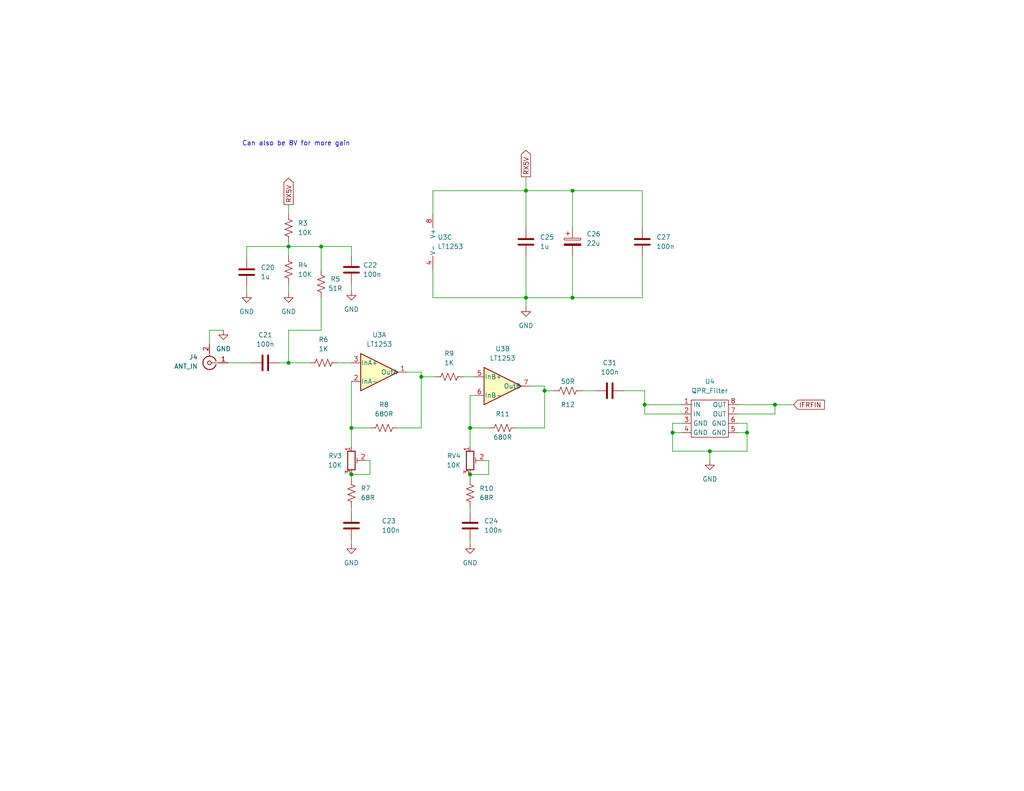
<source format=kicad_sch>
(kicad_sch (version 20211123) (generator eeschema)
  (paper "A")
  (title_block (title "Phoenix 612: RF AMP") (date "2022-08-31") (rev "0.1a") (company "DATER (Dave Peter)"))
  (lib_symbols
    (symbol "Connector:Conn_Coaxial" (pin_names (offset 1.016) hide)
      (property "Reference" "J" (at 0.254 3.048 0))
      (property "Value" "Conn_Coaxial" (at 2.921 0 90))
      (symbol "Conn_Coaxial_0_1"
        (arc (start -1.778 -0.508) (mid 0.2311 -1.8066) (end 1.778 0) (stroke (width 0.254)))
        (polyline (pts (xy -2.54 0) (xy -0.508 0)))
        (polyline (pts (xy 0 -2.54) (xy 0 -1.778)))
        (circle (center 0 0) (radius 0.508) (stroke (width 0.2032)))
        (arc (start 1.778 0) (mid 0.2099 1.8101) (end -1.778 0.508) (stroke (width 0.254)))
      )
      (symbol "Conn_Coaxial_1_1"
        (pin passive line (at -5.08 0 0) (length 2.54) (name "In") (number "1"))
        (pin passive line (at 0 -5.08 90) (length 2.54) (name "Ext") (number "2"))
      )
    )
    (symbol "Custom_RF:LT1253" (pin_names (offset 0.127))
      (property "Reference" "U" (at 2.54 6.35 0))
      (property "Value" "LT1253" (at 1.27 -6.35 0))
      (symbol "LT1253_1_1"
        (polyline (pts (xy -5.08 5.08) (xy 5.08 0) (xy -5.08 -5.08) (xy -5.08 5.08)) (stroke (width 0.254)) (fill (type background)))
        (pin output line (at 7.62 0 180) (length 2.54) (name "OutA") (number "1"))
        (pin input line (at -7.62 -2.54 0) (length 2.54) (name "InA-") (number "2"))
        (pin input line (at -7.62 2.54 0) (length 2.54) (name "InA+") (number "3"))
      )
      (symbol "LT1253_2_1"
        (polyline (pts (xy -5.08 5.08) (xy 5.08 0) (xy -5.08 -5.08) (xy -5.08 5.08)) (stroke (width 0.254)) (fill (type background)))
        (pin input line (at -7.62 2.54 0) (length 2.54) (name "InB+") (number "5"))
        (pin input line (at -7.62 -2.54 0) (length 2.54) (name "InB-") (number "6"))
        (pin output line (at 7.62 0 180) (length 2.54) (name "OutB") (number "7"))
      )
      (symbol "LT1253_3_1"
        (pin power_in line (at -2.54 -7.62 90) (length 3.81) (name "V-") (number "4"))
        (pin power_in line (at -2.54 7.62 270) (length 3.81) (name "V+") (number "8"))
      )
    )
    (symbol "Custom_RF:QPR_Filter"
      (property "Reference" "U" (at 0 7.62 0))
      (property "Value" "QPR_Filter" (at 0 -7.62 0))
      (symbol "QPR_Filter_0_1"
        (rectangle (start -5.08 5.08) (end 5.08 -5.08))
      )
      (symbol "QPR_Filter_1_1"
        (pin bidirectional line (at -7.62 3.81 0) (length 2.54) (name "IN") (number "1"))
        (pin bidirectional line (at -7.62 1.27 0) (length 2.54) (name "IN") (number "2"))
        (pin power_in line (at -7.62 -1.27 0) (length 2.54) (name "GND") (number "3"))
        (pin power_in line (at -7.62 -3.81 0) (length 2.54) (name "GND") (number "4"))
        (pin power_in line (at 7.62 -3.81 180) (length 2.54) (name "GND") (number "5"))
        (pin power_in line (at 7.62 -1.27 180) (length 2.54) (name "GND") (number "6"))
        (pin bidirectional line (at 7.62 1.27 180) (length 2.54) (name "OUT") (number "7"))
        (pin bidirectional line (at 7.62 3.81 180) (length 2.54) (name "OUT") (number "8"))
      )
    )
    (symbol "Device:C" (pin_numbers hide) (pin_names (offset 0.254))
      (property "Reference" "C" (at 0.635 2.54 0))
      (property "Value" "C" (at 0.635 -2.54 0))
      (symbol "C_0_1"
        (polyline (pts (xy -2.032 -0.762) (xy 2.032 -0.762)) (stroke (width 0.508)))
        (polyline (pts (xy -2.032 0.762) (xy 2.032 0.762)) (stroke (width 0.508)))
      )
      (symbol "C_1_1"
        (pin passive line (at 0 3.81 270) (length 2.794) (name "~") (number "1"))
        (pin passive line (at 0 -3.81 90) (length 2.794) (name "~") (number "2"))
      )
    )
    (symbol "Device:C_Polarized" (pin_numbers hide) (pin_names (offset 0.254))
      (property "Reference" "C" (at 0.635 2.54 0))
      (property "Value" "C_Polarized" (at 0.635 -2.54 0))
      (symbol "C_Polarized_0_1"
        (rectangle (start -2.286 0.508) (end 2.286 1.016))
        (polyline (pts (xy -1.778 2.286) (xy -0.762 2.286)))
        (polyline (pts (xy -1.27 2.794) (xy -1.27 1.778)))
        (rectangle (start 2.286 -0.508) (end -2.286 -1.016) (fill (type outline)))
      )
      (symbol "C_Polarized_1_1"
        (pin passive line (at 0 3.81 270) (length 2.794) (name "~") (number "1"))
        (pin passive line (at 0 -3.81 90) (length 2.794) (name "~") (number "2"))
      )
    )
    (symbol "Device:R_Potentiometer_Trim" (pin_names (offset 1.016) hide)
      (property "Reference" "RV" (at -4.445 0 90))
      (property "Value" "R_Potentiometer_Trim" (at -2.54 0 90))
      (symbol "R_Potentiometer_Trim_0_1"
        (polyline (pts (xy 1.524 0.762) (xy 1.524 -0.762)))
        (polyline (pts (xy 2.54 0) (xy 1.524 0)))
        (rectangle (start 1.016 2.54) (end -1.016 -2.54) (stroke (width 0.254)))
      )
      (symbol "R_Potentiometer_Trim_1_1"
        (pin passive line (at 0 3.81 270) (length 1.27) (name "1") (number "1"))
        (pin passive line (at 3.81 0 180) (length 1.27) (name "2") (number "2"))
        (pin passive line (at 0 -3.81 90) (length 1.27) (name "3") (number "3"))
      )
    )
    (symbol "Device:R_US" (pin_numbers hide) (pin_names (offset 0))
      (property "Reference" "R" (at 2.54 0 90))
      (property "Value" "R_US" (at -2.54 0 90))
      (symbol "R_US_0_1"
        (polyline (pts (xy 0 -2.286) (xy 0 -2.54)))
        (polyline (pts (xy 0 2.286) (xy 0 2.54)))
        (polyline (pts (xy 0 -0.762) (xy 1.016 -1.143) (xy 0 -1.524) (xy -1.016 -1.905) (xy 0 -2.286)))
        (polyline (pts (xy 0 0.762) (xy 1.016 0.381) (xy 0 0) (xy -1.016 -0.381) (xy 0 -0.762)))
        (polyline (pts (xy 0 2.286) (xy 1.016 1.905) (xy 0 1.524) (xy -1.016 1.143) (xy 0 0.762)))
      )
      (symbol "R_US_1_1"
        (pin passive line (at 0 3.81 270) (length 1.27) (name "~") (number "1"))
        (pin passive line (at 0 -3.81 90) (length 1.27) (name "~") (number "2"))
      )
    )
    (symbol "power:GND" (power) (pin_names (offset 0))
      (property "Value" "GND" (at 0 -3.81 0))
      (symbol "GND_0_1"
        (polyline (pts (xy 0 0) (xy 0 -1.27) (xy 1.27 -1.27) (xy 0 -2.54) (xy -1.27 -1.27) (xy 0 -1.27)))
      )
      (symbol "GND_1_1"
        (pin power_in line (at 0 0 270) (length 0) hide (name "GND") (number "1"))
      )
    )
  )
  (junction (at 143.51 81.28))
  (junction (at 156.21 81.28))
  (junction (at 78.74 99.06))
  (junction (at 193.675 123.19))
  (junction (at 175.895 110.49))
  (junction (at 128.27 116.84))
  (junction (at 95.885 116.84))
  (junction (at 156.21 52.07))
  (junction (at 143.51 52.07))
  (junction (at 95.885 129.54))
  (junction (at 78.74 67.31))
  (junction (at 87.63 67.31))
  (junction (at 128.27 129.54))
  (junction (at 183.515 118.11))
  (junction (at 148.59 106.68))
  (junction (at 114.935 102.87))
  (junction (at 203.835 118.11))
  (junction (at 211.455 110.49))
  (wire (pts (xy 175.895 113.03) (xy 186.055 113.03)))
  (wire (pts (xy 118.11 81.28) (xy 143.51 81.28)))
  (wire (pts (xy 128.27 116.84) (xy 128.27 121.92)))
  (wire (pts (xy 201.295 113.03) (xy 211.455 113.03)))
  (wire (pts (xy 95.885 67.31) (xy 95.885 69.85)))
  (wire (pts (xy 60.96 90.17) (xy 57.15 90.17)))
  (wire (pts (xy 156.21 69.85) (xy 156.21 81.28)))
  (wire (pts (xy 57.15 90.17) (xy 57.15 93.98)))
  (wire (pts (xy 128.27 138.43) (xy 128.27 139.7)))
  (wire (pts (xy 129.54 107.95) (xy 128.27 107.95)))
  (wire (pts (xy 78.74 77.47) (xy 78.74 80.01)))
  (wire (pts (xy 108.585 116.84) (xy 114.935 116.84)))
  (wire (pts (xy 211.455 110.49) (xy 211.455 113.03)))
  (wire (pts (xy 111.125 101.6) (xy 114.935 101.6)))
  (wire (pts (xy 78.74 99.06) (xy 84.455 99.06)))
  (wire (pts (xy 156.21 81.28) (xy 175.26 81.28)))
  (wire (pts (xy 92.075 99.06) (xy 95.885 99.06)))
  (wire (pts (xy 143.51 48.26) (xy 143.51 52.07)))
  (wire (pts (xy 95.885 79.375) (xy 95.885 77.47)))
  (wire (pts (xy 100.965 125.73) (xy 100.965 129.54)))
  (wire (pts (xy 78.74 66.04) (xy 78.74 67.31)))
  (wire (pts (xy 143.51 52.07) (xy 156.21 52.07)))
  (wire (pts (xy 201.295 118.11) (xy 203.835 118.11)))
  (wire (pts (xy 201.295 115.57) (xy 203.835 115.57)))
  (wire (pts (xy 95.885 138.43) (xy 95.885 139.7)))
  (wire (pts (xy 175.895 113.03) (xy 175.895 110.49)))
  (wire (pts (xy 87.63 90.17) (xy 78.74 90.17)))
  (wire (pts (xy 78.74 67.31) (xy 87.63 67.31)))
  (wire (pts (xy 128.27 147.32) (xy 128.27 148.59)))
  (wire (pts (xy 143.51 69.85) (xy 143.51 81.28)))
  (wire (pts (xy 78.74 55.88) (xy 78.74 58.42)))
  (wire (pts (xy 143.51 81.28) (xy 156.21 81.28)))
  (wire (pts (xy 203.835 115.57) (xy 203.835 118.11)))
  (wire (pts (xy 175.26 52.07) (xy 175.26 62.23)))
  (wire (pts (xy 148.59 106.68) (xy 151.13 106.68)))
  (wire (pts (xy 144.78 105.41) (xy 148.59 105.41)))
  (wire (pts (xy 143.51 81.28) (xy 143.51 83.82)))
  (wire (pts (xy 87.63 81.28) (xy 87.63 90.17)))
  (wire (pts (xy 114.935 102.87) (xy 114.935 116.84)))
  (wire (pts (xy 143.51 52.07) (xy 118.11 52.07)))
  (wire (pts (xy 118.11 73.66) (xy 118.11 81.28)))
  (wire (pts (xy 193.675 123.19) (xy 203.835 123.19)))
  (wire (pts (xy 95.885 67.31) (xy 87.63 67.31)))
  (wire (pts (xy 183.515 118.11) (xy 186.055 118.11)))
  (wire (pts (xy 132.08 125.73) (xy 133.35 125.73)))
  (wire (pts (xy 183.515 115.57) (xy 183.515 118.11)))
  (wire (pts (xy 78.74 67.31) (xy 78.74 69.85)))
  (wire (pts (xy 128.27 129.54) (xy 133.35 129.54)))
  (wire (pts (xy 99.695 125.73) (xy 100.965 125.73)))
  (wire (pts (xy 140.97 116.84) (xy 148.59 116.84)))
  (wire (pts (xy 78.74 67.31) (xy 67.31 67.31)))
  (wire (pts (xy 175.26 81.28) (xy 175.26 69.85)))
  (wire (pts (xy 114.935 102.87) (xy 118.745 102.87)))
  (wire (pts (xy 170.18 106.68) (xy 175.895 106.68)))
  (wire (pts (xy 148.59 106.68) (xy 148.59 116.84)))
  (wire (pts (xy 143.51 52.07) (xy 143.51 62.23)))
  (wire (pts (xy 95.885 147.32) (xy 95.885 148.59)))
  (wire (pts (xy 183.515 118.11) (xy 183.515 123.19)))
  (wire (pts (xy 62.23 99.06) (xy 68.58 99.06)))
  (wire (pts (xy 128.27 116.84) (xy 133.35 116.84)))
  (wire (pts (xy 95.885 129.54) (xy 100.965 129.54)))
  (wire (pts (xy 95.885 104.14) (xy 95.885 116.84)))
  (wire (pts (xy 156.21 52.07) (xy 156.21 62.23)))
  (wire (pts (xy 128.27 129.54) (xy 128.27 130.81)))
  (wire (pts (xy 95.885 116.84) (xy 95.885 121.92)))
  (wire (pts (xy 114.935 101.6) (xy 114.935 102.87)))
  (wire (pts (xy 76.2 99.06) (xy 78.74 99.06)))
  (wire (pts (xy 148.59 105.41) (xy 148.59 106.68)))
  (wire (pts (xy 193.675 123.19) (xy 193.675 125.73)))
  (wire (pts (xy 95.885 129.54) (xy 95.885 130.81)))
  (wire (pts (xy 186.055 115.57) (xy 183.515 115.57)))
  (wire (pts (xy 128.27 107.95) (xy 128.27 116.84)))
  (wire (pts (xy 67.31 67.31) (xy 67.31 70.485)))
  (wire (pts (xy 126.365 102.87) (xy 129.54 102.87)))
  (wire (pts (xy 175.895 106.68) (xy 175.895 110.49)))
  (wire (pts (xy 183.515 123.19) (xy 193.675 123.19)))
  (wire (pts (xy 67.31 80.01) (xy 67.31 78.105)))
  (wire (pts (xy 87.63 67.31) (xy 87.63 73.66)))
  (wire (pts (xy 201.295 110.49) (xy 211.455 110.49)))
  (wire (pts (xy 78.74 90.17) (xy 78.74 99.06)))
  (wire (pts (xy 133.35 125.73) (xy 133.35 129.54)))
  (wire (pts (xy 175.895 110.49) (xy 186.055 110.49)))
  (wire (pts (xy 158.75 106.68) (xy 162.56 106.68)))
  (wire (pts (xy 203.835 123.19) (xy 203.835 118.11)))
  (wire (pts (xy 118.11 52.07) (xy 118.11 58.42)))
  (wire (pts (xy 95.885 116.84) (xy 100.965 116.84)))
  (wire (pts (xy 156.21 52.07) (xy 175.26 52.07)))
  (wire (pts (xy 211.455 110.49) (xy 216.535 110.49)))
  (text "Can also be 8V for more gain" (at 66.04 40.005 0) (effects (font (size 1.27 1.27)) (justify left bottom)))
  (global_label "IFRFIN" (shape input) (at 216.535 110.49 0) (property "Intersheet References" "${INTERSHEET_REFS}" (effects hide)))
  (global_label "RX5V" (shape output) (at 78.74 55.88 90) (property "Intersheet References" "${INTERSHEET_REFS}" (effects hide)))
  (global_label "RX5V" (shape output) (at 143.51 48.26 90) (property "Intersheet References" "${INTERSHEET_REFS}" (effects hide)))
  (symbol (lib_id "Device:C") (at 95.885 73.66 0) (unit 1)
    (property "Reference" "C22" (at 99.06 72.3899 0) (effects (justify left)))
    (property "Value" "100n" (at 99.06 74.9299 0) (effects (justify left)))
    (property "Footprint" "Capacitor_SMD:C_1206_3216Metric" (effects hide))
  )
  (symbol (lib_id "Device:C") (at 143.51 66.04 0) (unit 1)
    (property "Reference" "C25" (at 147.32 64.7699 0) (effects (justify left)))
    (property "Value" "1u" (at 147.32 67.3099 0) (effects (justify left)))
    (property "Footprint" "Capacitor_SMD:C_1206_3216Metric" (effects hide))
  )
  (symbol (lib_id "power:GND") (at 193.675 125.73 0) (unit 1)
    (property "Reference" "#PWR021" (effects hide))
    (property "Value" "GND" (at 193.675 130.81 0))
  )
  (symbol (lib_id "Device:R_US") (at 87.63 77.47 180) (unit 1)
    (property "Reference" "R5" (at 90.17 76.2 0) (effects (justify right)))
    (property "Value" "51R" (at 89.535 78.74 0) (effects (justify right)))
    (property "Footprint" "Resistor_SMD:R_1206_3216Metric" (effects hide))
  )
  (symbol (lib_id "Connector:Conn_Coaxial") (at 57.15 99.06 180) (unit 1)
    (property "Reference" "J4" (at 53.975 97.4967 0) (effects (justify left)))
    (property "Value" "ANT_IN" (at 53.975 100.0367 0) (effects (justify left)))
    (property "Footprint" "Connector_Coaxial:SMA_Amphenol_901-144_Vertical" (effects hide))
    (property "Datasheet" " ~" (effects hide))
  )
  (symbol (lib_id "Custom_RF:LT1253") (at 120.65 66.04 0) (unit 3)
    (property "Reference" "U3" (at 119.38 64.7699 0) (effects (justify left)))
    (property "Value" "LT1253" (at 119.38 67.3099 0) (effects (justify left)))
    (property "Footprint" "Package_DIP:DIP-8_W7.62mm" (effects hide))
    (property "Datasheet" "https://www.analog.com/media/en/technical-documentation/data-sheets/lt1253.pdf" (effects hide))
  )
  (symbol (lib_id "Device:C") (at 175.26 66.04 0) (unit 1)
    (property "Reference" "C27" (at 179.07 64.7699 0) (effects (justify left)))
    (property "Value" "100n" (at 179.07 67.3099 0) (effects (justify left)))
    (property "Footprint" "Capacitor_SMD:C_1206_3216Metric" (effects hide))
  )
  (symbol (lib_id "power:GND") (at 128.27 148.59 0) (unit 1)
    (property "Reference" "#PWR019" (effects hide))
    (property "Value" "GND" (at 128.27 153.67 0))
  )
  (symbol (lib_id "power:GND") (at 95.885 148.59 0) (unit 1)
    (property "Reference" "#PWR018" (effects hide))
    (property "Value" "GND" (at 95.885 153.67 0))
  )
  (symbol (lib_id "Device:R_US") (at 104.775 116.84 90) (unit 1)
    (property "Reference" "R8" (at 104.775 110.49 90))
    (property "Value" "680R" (at 104.775 113.03 90))
    (property "Footprint" "Resistor_SMD:R_1206_3216Metric" (effects hide))
  )
  (symbol (lib_id "Device:R_US") (at 128.27 134.62 0) (unit 1)
    (property "Reference" "R10" (at 130.81 133.3499 0) (effects (justify left)))
    (property "Value" "68R" (at 130.81 135.8899 0) (effects (justify left)))
    (property "Footprint" "Resistor_SMD:R_1206_3216Metric" (effects hide))
  )
  (symbol (lib_id "Device:R_US") (at 154.94 106.68 90) (unit 1)
    (property "Reference" "R12" (at 154.94 110.49 90))
    (property "Value" "50R" (at 154.94 104.14 90))
    (property "Footprint" "Resistor_SMD:R_1206_3216Metric" (effects hide))
  )
  (symbol (lib_id "Custom_RF:QPR_Filter") (at 193.675 114.3 0) (unit 1)
    (property "Reference" "U4" (at 193.675 104.14 0))
    (property "Value" "QPR_Filter" (at 193.675 106.68 0))
    (property "Footprint" "Custom_RF:QRPLabs_Filter_TH" (effects hide))
    (property "Datasheet" "https://www.qrp-labs.com/lpfkit.html" (effects hide))
  )
  (symbol (lib_id "Custom_RF:LT1253") (at 137.16 105.41 0) (unit 2)
    (property "Reference" "U3" (at 137.16 95.25 0))
    (property "Value" "LT1253" (at 137.16 97.79 0))
    (property "Footprint" "Package_DIP:DIP-8_W7.62mm" (effects hide))
    (property "Datasheet" "https://www.analog.com/media/en/technical-documentation/data-sheets/lt1253.pdf" (effects hide))
  )
  (symbol (lib_id "Device:C") (at 128.27 143.51 0) (unit 1)
    (property "Reference" "C24" (at 132.08 142.2399 0) (effects (justify left)))
    (property "Value" "100n" (at 132.08 144.7799 0) (effects (justify left)))
    (property "Footprint" "Capacitor_SMD:C_1206_3216Metric" (effects hide))
  )
  (symbol (lib_id "Device:R_Potentiometer_Trim") (at 128.27 125.73 0) (unit 1)
    (property "Reference" "RV4" (at 125.73 124.4599 0) (effects (justify right)))
    (property "Value" "10K" (at 125.73 126.9999 0) (effects (justify right)))
    (property "Footprint" "Potentiometer_THT:Potentiometer_Bourns_3296W_Vertical" (effects hide))
  )
  (symbol (lib_id "Device:R_US") (at 78.74 73.66 0) (unit 1)
    (property "Reference" "R4" (at 81.28 72.3899 0) (effects (justify left)))
    (property "Value" "10K" (at 81.28 74.9299 0) (effects (justify left)))
    (property "Footprint" "Resistor_SMD:R_1206_3216Metric" (effects hide))
  )
  (symbol (lib_id "power:GND") (at 78.74 80.01 0) (unit 1)
    (property "Reference" "#PWR016" (effects hide))
    (property "Value" "GND" (at 78.74 85.09 0))
  )
  (symbol (lib_id "power:GND") (at 143.51 83.82 0) (unit 1)
    (property "Reference" "#PWR020" (effects hide))
    (property "Value" "GND" (at 143.51 88.9 0))
  )
  (symbol (lib_id "Device:C") (at 95.885 143.51 0) (unit 1)
    (property "Reference" "C23" (at 104.14 142.2399 0) (effects (justify left)))
    (property "Value" "100n" (at 104.14 144.7799 0) (effects (justify left)))
    (property "Footprint" "Capacitor_SMD:C_1206_3216Metric" (effects hide))
  )
  (symbol (lib_id "power:GND") (at 60.96 90.17 0) (unit 1)
    (property "Reference" "#PWR014" (effects hide))
    (property "Value" "GND" (at 60.96 95.25 0))
  )
  (symbol (lib_id "power:GND") (at 67.31 80.01 0) (unit 1)
    (property "Reference" "#PWR015" (effects hide))
    (property "Value" "GND" (at 67.31 85.09 0))
  )
  (symbol (lib_id "Device:R_US") (at 78.74 62.23 0) (unit 1)
    (property "Reference" "R3" (at 81.28 60.9599 0) (effects (justify left)))
    (property "Value" "10K" (at 81.28 63.4999 0) (effects (justify left)))
    (property "Footprint" "Resistor_SMD:R_1206_3216Metric" (effects hide))
  )
  (symbol (lib_id "Device:R_US") (at 95.885 134.62 0) (unit 1)
    (property "Reference" "R7" (at 98.425 133.3499 0) (effects (justify left)))
    (property "Value" "68R" (at 98.425 135.8899 0) (effects (justify left)))
    (property "Footprint" "Resistor_SMD:R_1206_3216Metric" (effects hide))
  )
  (symbol (lib_id "Device:R_Potentiometer_Trim") (at 95.885 125.73 0) (unit 1)
    (property "Reference" "RV3" (at 93.345 124.4599 0) (effects (justify right)))
    (property "Value" "10K" (at 93.345 126.9999 0) (effects (justify right)))
    (property "Footprint" "Potentiometer_THT:Potentiometer_Bourns_3296W_Vertical" (effects hide))
  )
  (symbol (lib_id "Device:C") (at 72.39 99.06 90) (unit 1)
    (property "Reference" "C21" (at 72.39 91.44 90))
    (property "Value" "100n" (at 72.39 93.98 90))
    (property "Footprint" "Capacitor_SMD:C_1206_3216Metric" (effects hide))
  )
  (symbol (lib_id "Device:R_US") (at 88.265 99.06 90) (unit 1)
    (property "Reference" "R6" (at 88.265 92.71 90))
    (property "Value" "1K" (at 88.265 95.25 90))
    (property "Footprint" "Resistor_SMD:R_1206_3216Metric" (effects hide))
  )
  (symbol (lib_id "Device:R_US") (at 137.16 116.84 270) (unit 1)
    (property "Reference" "R11" (at 137.16 113.03 90))
    (property "Value" "680R" (at 137.16 119.38 90))
    (property "Footprint" "Resistor_SMD:R_1206_3216Metric" (effects hide))
  )
  (symbol (lib_id "Device:R_US") (at 122.555 102.87 90) (unit 1)
    (property "Reference" "R9" (at 122.555 96.52 90))
    (property "Value" "1K" (at 122.555 99.06 90))
    (property "Footprint" "Resistor_SMD:R_1206_3216Metric" (effects hide))
  )
  (symbol (lib_id "power:GND") (at 95.885 79.375 0) (unit 1)
    (property "Reference" "#PWR017" (effects hide))
    (property "Value" "GND" (at 95.885 84.455 0))
  )
  (symbol (lib_id "Device:C") (at 67.31 74.295 0) (unit 1)
    (property "Reference" "C20" (at 71.12 73.0249 0) (effects (justify left)))
    (property "Value" "1u" (at 71.12 75.5649 0) (effects (justify left)))
    (property "Footprint" "Capacitor_SMD:C_1206_3216Metric" (effects hide))
  )
  (symbol (lib_id "Custom_RF:LT1253") (at 103.505 101.6 0) (unit 1)
    (property "Reference" "U3" (at 103.505 91.44 0))
    (property "Value" "LT1253" (at 103.505 93.98 0))
    (property "Footprint" "Package_DIP:DIP-8_W7.62mm" (effects hide))
    (property "Datasheet" "https://www.analog.com/media/en/technical-documentation/data-sheets/lt1253.pdf" (effects hide))
  )
  (symbol (lib_id "Device:C") (at 166.37 106.68 90) (unit 1)
    (property "Reference" "C31" (at 166.37 99.06 90))
    (property "Value" "100n" (at 166.37 101.6 90))
    (property "Footprint" "Capacitor_SMD:C_1206_3216Metric" (effects hide))
  )
  (symbol (lib_id "Device:C_Polarized") (at 156.21 66.04 0) (unit 1)
    (property "Reference" "C26" (at 160.02 63.8809 0) (effects (justify left)))
    (property "Value" "22u" (at 160.02 66.4209 0) (effects (justify left)))
    (property "Footprint" "Capacitor_THT:CP_Radial_D8.0mm_P2.50mm" (effects hide))
  )
)
</source>
